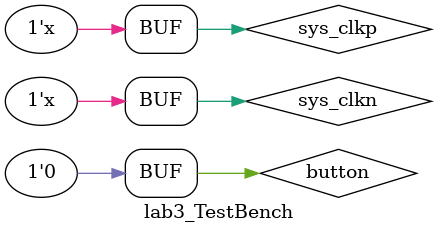
<source format=v>
`timescale 1ns / 1ps

module lab3_TestBench();
    //Declare wires and registers that will interface with the module under test
    //Registers are initilized to known states. Wires cannot be initilized.                 
    reg sys_clkn=1;
    wire sys_clkp;
    wire [7:0] led;
    reg  button;
    
    //Invoke the module that we like to test
    lab3_example ModuleUnderTest (.button(button),.led(led),.sys_clkn(sys_clkn),.sys_clkp(sys_clkp));
    
    // Generate a clock signal. The clock will change its state every 5ns.
    //Remember that the test module takes sys_clkp and sys_clkn as input clock signals.
    //From these two signals a clock signal, clk, is derived.
    //The LVDS clock signal, sys_clkn, is always in the opposite state than sys_clkp.     
    assign sys_clkp = ~sys_clkn;    
    always begin
        #5 sys_clkn = ~sys_clkn;
    end        
      
    initial begin          
            #0 button <= 0;  
      		$dumpfile("dump.vcd");
    		$dumpvars(1);
            #200 button <= 1;
            #300 button <= 0;       
    end

endmodule

</source>
